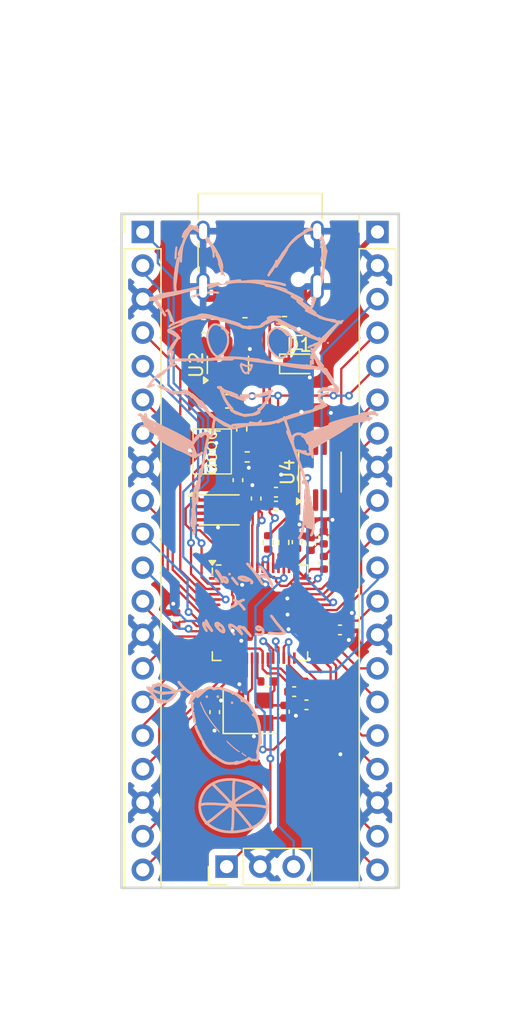
<source format=kicad_pcb>
(kicad_pcb (version 20241229) (generator "pcbnew") (generator_version "9.0")
  (layers (0 "F.Cu" signal) (2 "B.Cu" signal) (13 "F.Paste" user) (15 "B.Paste" user) (5 "F.SilkS" user "F.Silkscreen") (7 "B.SilkS" user "B.Silkscreen") (1 "F.Mask" user) (3 "B.Mask" user) (25 "Edge.Cuts" user))
  (net 0 "")
  (net 1 "GND")
  (net 2 "+1V1")
  (net 3 "+3V3")
  (net 4 "VBUS")
  (net 5 "XIN")
  (net 6 "XOUT")
  (net 7 "Net-(J1-CC1)")
  (net 8 "USB_D-")
  (net 9 "Net-(J1-CC2)")
  (net 10 "USB_D+")
  (net 11 "SWCLK")
  (net 12 "SWD")
  (net 13 "GPIO5")
  (net 14 "GPIO7")
  (net 15 "GPIO10")
  (net 16 "GPIO3")
  (net 17 "GPIO6")
  (net 18 "GPIO9")
  (net 19 "GPIO11")
  (net 20 "GPIO2")
  (net 21 "GPIO0")
  (net 22 "GPIO12")
  (net 23 "GPIO14")
  (net 24 "GPIO1")
  (net 25 "GPIO15")
  (net 26 "GPIO13")
  (net 27 "GPIO4")
  (net 28 "GPIO8")
  (net 29 "GPIO16")
  (net 30 "GPIO27_ADC1")
  (net 31 "GPIO23")
  (net 32 "RUN")
  (net 33 "GPIO21")
  (net 34 "GPIO22")
  (net 35 "GPIO19")
  (net 36 "GPIO18")
  (net 37 "GPIO29_ADC3")
  (net 38 "GPIO20")
  (net 39 "GPIO28_ADC2")
  (net 40 "GPIO26_ADC0")
  (net 41 "GPIO24")
  (net 42 "GPIO17")
  (net 43 "Net-(U1-USB_DP)")
  (net 44 "Net-(U1-USB_DM)")
  (net 45 "QSPI_SS")
  (net 46 "Net-(R6-Pad1)")
  (net 47 "QSPI_SCLK")
  (net 48 "QSPI_SD2")
  (net 49 "QSPI_SD3")
  (net 50 "QSPI_SD0")
  (net 51 "GPIO25")
  (net 52 "QSPI_SD1")
  (net 53 "Net-(C15-Pad1)")
  (net 59 "Net-(D1-K)")
  (footprint "Package_SON:Winbond_USON-8-1EP_3x2mm_P0.5mm_EP0.2x1.6mm" (layer "F.Cu") (at 89.25 97)
    (property "Reference" "U3" (hide yes))
    (property "Value" "W25Q16JVZPIQ TR" (hide yes))
  )
  (footprint "Capacitor_SMD:C_0402_1005Metric" (layer "F.Cu") (at 93.55 95.66)
    (property "Reference" "C5" (hide yes))
    (property "Value" "100n")
  )
  (footprint "Capacitor_SMD:C_0402_1005Metric" (layer "F.Cu") (at 94.93 110.75)
    (property "Reference" "C10" (hide yes))
    (property "Value" "100n")
  )
  (footprint "Connector_PinHeader_2.54mm:PinHeader_1x20_P2.54mm_Vertical" (layer "F.Cu") (at 83.46 75.97)
    (property "Reference" "J3" (hide yes))
    (property "Value" "Conn_01x20" (hide yes))
  )
  (footprint "Resistor_SMD:R_0402_1005Metric" (layer "F.Cu") (at 90.96 90.87 -90)
    (property "Reference" "R6" (hide yes))
    (property "Value" "5.1k")
  )
  (footprint "LED_SMD:LED_0603_1608Metric" (layer "F.Cu") (at 95.31 85.95)
    (property "Reference" "D1")
    (property "Value" "LED")
  )
  (footprint "Package_SO:MSOP-8_3x3mm_P0.65mm" (layer "F.Cu") (at 96.88 94.14 90)
    (property "Reference" "U4")
    (property "Value" "DS18B20U")
  )
  (footprint "Connector_PinHeader_2.54mm:PinHeader_1x03_P2.54mm_Vertical" (layer "F.Cu") (at 89.81 123.99 90)
    (property "Reference" "J2" (hide yes))
    (property "Value" "Conn_01x03" (hide yes))
  )
  (footprint "Package_TO_SOT_SMD:SOT-23" (layer "F.Cu") (at 89.91 86.03 90)
    (property "Reference" "U2")
    (property "Value" "MCP1700x-330xxTT" (hide yes))
  )
  (footprint "Capacitor_SMD:C_0402_1005Metric" (layer "F.Cu") (at 97.18 101 90)
    (property "Reference" "C7" (hide yes))
    (property "Value" "100n")
  )
  (footprint "Capacitor_SMD:C_0402_1005Metric" (layer "F.Cu") (at 98.4 106.08)
    (property "Reference" "C8" (hide yes))
    (property "Value" "100n")
  )
  (footprint "Capacitor_SMD:C_0402_1005Metric" (layer "F.Cu") (at 94.19 112.27 -90)
    (property "Reference" "C15" (hide yes))
    (property "Value" "15pF")
  )
  (footprint "Connector_USB:USB_C_Receptacle_HRO_TYPE-C-31-M-12" (layer "F.Cu") (at 92.35 76.962 180)
    (property "Reference" "J1" (hide yes))
    (property "Value" "USB_C_Receptacle_USB2.0_14P")
  )
  (footprint "Library:pushSwitch" (layer "F.Cu") (at 88.72 92.58 -90)
    (property "Reference" "SW1" (hide yes))
    (property "Value" "SW_Push")
  )
  (footprint "Package_DFN_QFN:QFN-56-1EP_7x7mm_P0.4mm_EP3.2x3.2mm" (layer "F.Cu") (at 92.34 104.78)
    (property "Reference" "U1" (hide yes))
    (property "Value" "RP2040")
  )
  (footprint "Resistor_SMD:R_0402_1005Metric" (layer "F.Cu") (at 91.37 92.99 180)
    (property "Reference" "R5" (hide yes))
    (property "Value" "10k")
  )
  (footprint "Resistor_SMD:R_0402_1005Metric" (layer "F.Cu") (at 94.2 82.75)
    (property "Reference" "R3" (hide yes))
    (property "Value" "5.1k")
  )
  (footprint "Capacitor_SMD:C_0402_1005Metric" (layer "F.Cu") (at 93.55 96.71)
    (property "Reference" "C9" (hide yes))
    (property "Value" "100n")
  )
  (footprint "Crystal:Crystal_SMD_Abracon_ABM8G-4Pin_3.2x2.5mm" (layer "F.Cu") (at 91.55 112.27)
    (property "Reference" "Y1" (hide yes))
    (property "Value" "ABM8-272-T3")
  )
  (footprint "Resistor_SMD:R_0603_1608Metric" (layer "F.Cu") (at 95.31 84.32 180)
    (property "Reference" "R8" (hide yes))
    (property "Value" "91")
  )
  (footprint "Capacitor_SMD:C_0402_1005Metric" (layer "F.Cu") (at 95.15 99.44 90)
    (property "Reference" "C1" (hide yes))
    (property "Value" "1u")
  )
  (footprint "Resistor_SMD:R_0402_1005Metric" (layer "F.Cu") (at 92.92 109.98 180)
    (property "Reference" "R7" (hide yes))
    (property "Value" "1k")
  )
  (footprint "Resistor_SMD:R_0402_1005Metric" (layer "F.Cu") (at 91.2 82.84 180)
    (property "Reference" "R4" (hide yes))
    (property "Value" "5.1k")
  )
  (footprint "Capacitor_SMD:C_0402_1005Metric" (layer "F.Cu") (at 88.91 112.3 -90)
    (property "Reference" "C14" (hide yes))
    (property "Value" "15pF")
  )
  (footprint "Connector_PinHeader_2.54mm:PinHeader_1x20_P2.54mm_Vertical" (layer "F.Cu") (at 101.24 75.97)
    (property "Reference" "J4" (hide yes))
    (property "Value" "Conn_01x20" (hide yes))
  )
  (footprint "Capacitor_SMD:C_0402_1005Metric" (layer "F.Cu") (at 96.18 99.58 90)
    (property "Reference" "C11" (hide yes))
    (property "Value" "1u")
  )
  (footprint "Capacitor_SMD:C_0402_1005Metric" (layer "F.Cu") (at 92.05 96.14 90)
    (property "Reference" "C2" (hide yes))
    (property "Value" "100n")
  )
  (footprint "Capacitor_SMD:C_0402_1005Metric" (layer "F.Cu") (at 90.67 94.75 90)
    (property "Reference" "C16" (hide yes))
    (property "Value" "100n")
  )
  (footprint "Capacitor_SMD:C_0603_1608Metric" (layer "F.Cu") (at 88.07 83.1)
    (property "Reference" "C13" (hide yes))
    (property "Value" "10uF")
  )
  (footprint "Capacitor_SMD:C_0402_1005Metric" (layer "F.Cu") (at 97.17 99.09 90)
    (property "Reference" "C6" (hide yes))
    (property "Value" "100n")
  )
  (footprint "Capacitor_SMD:C_0402_1005Metric" (layer "F.Cu") (at 95.86 111.75 180)
    (property "Reference" "C3" (hide yes))
    (property "Value" "100n")
  )
  (footprint "Resistor_SMD:R_0402_1005Metric" (layer "F.Cu") (at 92.96 99.46 -90)
    (property "Reference" "R1" (hide yes))
    (property "Value" "22" (hide yes))
  )
  (footprint "Capacitor_SMD:C_0603_1608Metric" (layer "F.Cu") (at 89.885 88.78 180)
    (property "Reference" "C12" (hide yes))
    (property "Value" "10uF")
  )
  (footprint "Resistor_SMD:R_0402_1005Metric" (layer "F.Cu") (at 94.14 99.46 -90)
    (property "Reference" "R2" (hide yes))
    (property "Value" "22" (hide yes))
  )
  (footprint "Capacitor_SMD:C_0402_1005Metric" (layer "F.Cu") (at 86 105.26 90)
    (property "Reference" "C4" (hide yes))
    (property "Value" "100n")
  )
  (footprint "LOGO" (layer "B.Cu") (at 90.860973 98.147021 180)
    (property "Reference" "G***" (hide yes))
    (property "Value" "LOGO" (hide yes))
  )
  (footprint "LOGO" (layer "B.Cu") (at 90.860973 98.147021 180)
    (property "Reference" "G***" (hide yes))
    (property "Value" "LOGO" (hide yes))
  )
  (gr_rect (start 81.85 74.6) (end 102.85 125.6) (stroke (width 0.2)) (fill no) (layer "Edge.Cuts"))
  (segment (start 94.68 112.57) (end 94.5 112.75) (width 0.175) (layer "F.Cu") (net 1))
  (segment (start 95.15 98.96) (end 95.15 98.28) (width 0.2) (layer "F.Cu") (net 1))
  (segment (start 87.63 91.9) (end 87.03 92.5) (width 0.175) (layer "F.Cu") (net 1))
  (segment (start 95.41 110.75) (end 95.41 111.72) (width 0.175) (layer "F.Cu") (net 1))
  (segment (start 94.71 82.75) (end 94.72 82.75) (width 0.2) (layer "F.Cu") (net 1))
  (segment (start 94.19 112.75) (end 93.02 112.75) (width 0.2) (layer "F.Cu") (net 1))
  (segment (start 95.755 81.007) (end 96.67 80.092) (width 0.4) (layer "F.Cu") (net 1))
  (segment (start 95.6 81.007) (end 95.6 81.53) (width 0.4) (layer "F.Cu") (net 1))
  (segment (start 90.45 111.42) (end 89.39 111.42) (width 0.2) (layer "F.Cu") (net 1))
  (segment (start 88.299 113.10655) (end 88.299 112.431) (width 0.2) (layer "F.Cu") (net 1))
  (segment (start 91.34 93.96) (end 90.98 93.96) (width 0.2) (layer "F.Cu") (net 1))
  (segment (start 95.41 111.72) (end 95.38 111.75) (width 0.175) (layer "F.Cu") (net 1))
  (segment (start 91.76 95.2675) (end 91.76 95.34) (width 0.2) (layer "F.Cu") (net 1))
  (segment (start 94.5 112.75) (end 94.19 112.75) (width 0.175) (layer "F.Cu") (net 1))
  (segment (start 91.76 95.2) (end 92.07 95.51) (width 0.2) (layer "F.Cu") (net 1))
  (segment (start 89.39 111.42) (end 89.31 111.42) (width 0.2) (layer "F.Cu") (net 1))
  (segment (start 97.83 97.75) (end 97.83 96.2775) (width 0.2) (layer "F.Cu") (net 1))
  (segment (start 89.02 91.9) (end 87.63 91.9) (width 0.175) (layer "F.Cu") (net 1))
  (segment (start 95.15 98.28) (end 95.33 98.1) (width 0.2) (layer "F.Cu") (net 1))
  (segment (start 90.98 93.96) (end 90.67 94.27) (width 0.2) (layer "F.Cu") (net 1))
  (segment (start 93.02 112.75) (end 92.65 113.12) (width 0.2) (layer "F.Cu") (net 1))
  (segment (start 95.6 81.007) (end 95.755 81.007) (width 0.4) (layer "F.Cu") (net 1))
  (segment (start 90.78 111.09) (end 90.45 111.42) (width 0.175) (layer "F.Cu") (net 1))
  (segment (start 89.02 91.93) (end 89.02 91.9) (width 0.175) (layer "F.Cu") (net 1))
  (segment (start 94.72 82.75) (end 95.28 83.31) (width 0.2) (layer "F.Cu") (net 1))
  (segment (start 97.63 89.58) (end 97.71 89.66) (width 0.2) (layer "F.Cu") (net 1))
  (segment (start 85.77 104.1) (end 85.77 104.55) (width 0.175) (layer "F.Cu") (net 1))
  (segment (start 89.22245 114.03) (end 88.891225 113.698775) (width 0.2) (layer "F.Cu") (net 1))
  (segment (start 88.299 112.431) (end 88.91 111.82) (width 0.2) (layer "F.Cu") (net 1))
  (segment (start 90.67 94.27) (end 89.405 94.27) (width 0.175) (layer "F.Cu") (net 1))
  (segment (start 89.31 111.42) (end 88.91 111.82) (width 0.2) (layer "F.Cu") (net 1))
  (segment (start 95.38 111.75) (end 95.38 111.87) (width 0.175) (layer "F.Cu") (net 1))
  (segment (start 87.825 97.75) (end 88.58085 97.75) (width 0.175) (layer "F.Cu") (net 1))
  (segment (start 96.18 99.1) (end 96.68 99.1) (width 0.175) (layer "F.Cu") (net 1))
  (segment (start 91.34 108.2175) (end 91.34 109.63) (width 0.175) (layer "F.Cu") (net 1))
  (segment (start 95.38 111.87) (end 94.5 112.75) (width 0.175) (layer "F.Cu") (net 1))
  (segment (start 97.83 96.2775) (end 97.855 96.2525) (width 0.2) (layer "F.Cu") (net 1))
  (segment (start 95.6 81.53) (end 96.51 82.44) (width 0.4) (layer "F.Cu") (net 1))
  (segment (start 92.65 113.12) (end 91.74 114.03) (width 0.2) (layer "F.Cu") (net 1))
  (segment (start 97.7685 99.2085) (end 97.17 98.61) (width 0.175) (layer "F.Cu") (net 1))
  (segment (start 91.34 109.63) (end 90.78 110.19) (width 0.175) (layer "F.Cu") (net 1))
  (segment (start 89.405 94.27) (end 88.72 94.955) (width 0.175) (layer "F.Cu") (net 1))
  (segment (start 96.0975 86.9675) (end 96.11 86.98) (width 0.2) (layer "F.Cu") (net 1))
  (segment (start 97.18 100.52) (end 97.7685 99.9315) (width 0.175) (layer "F.Cu") (net 1))
  (segment (start 92.07 95.51) (end 92.07 95.72) (width 0.2) (layer "F.Cu") (net 1))
  (segment (start 90.78 110.19) (end 90.78 111.09) (width 0.175) (layer "F.Cu") (net 1))
  (segment (start 85.77 104.55) (end 86 104.78) (width 0.175) (layer "F.Cu") (net 1))
  (segment (start 97.7685 99.9315) (end 97.7685 99.2085) (width 0.175) (layer "F.Cu") (net 1))
  (segment (start 88.58085 97.75) (end 89.1625 98.33165) (width 0.175) (layer "F.Cu") (net 1))
  (segment (start 89.03 91.94) (end 89.02 91.93) (width 0.175) (layer "F.Cu") (net 1))
  (segment (start 96.68 99.1) (end 97.17 98.61) (width 0.175) (layer "F.Cu") (net 1))
  (segment (start 91.49 93.81) (end 91.34 93.96) (width 0.2) (layer "F.Cu") (net 1))
  (segment (start 95.06 112.57) (end 94.68 112.57) (width 0.175) (layer "F.Cu") (net 1))
  (segment (start 88.891225 113.698775) (end 88.299 113.10655) (width 0.2) (layer "F.Cu") (net 1))
  (segment (start 91.74 114.03) (end 89.22245 114.03) (width 0.2) (layer "F.Cu") (net 1))
  (via (at 89.03 91.94) (size 0.6) (drill 0.3) (layers "F.Cu" "B.Cu") (net 1))
  (via (at 90.925388 106.904) (size 0.6) (drill 0.3) (layers "F.Cu" "B.Cu") (net 1))
  (via (at 90.78 110.19) (size 0.6) (drill 0.3) (layers "F.Cu" "B.Cu") (net 1))
  (via (at 90.99 102.67) (size 0.6) (drill 0.3) (layers "F.Cu" "B.Cu") (net 1))
  (via (at 95.28 83.31) (size 0.6) (drill 0.3) (layers "F.Cu" "B.Cu") (net 1))
  (via (at 91.49 93.81) (size 0.6) (drill 0.3) (layers "F.Cu" "B.Cu") (net 1))
  (via (at 95.06 112.57) (size 0.6) (drill 0.3) (layers "F.Cu" "B.Cu") (net 1))
  (via (at 93.94 94.33) (size 0.6) (drill 0.3) (layers "F.Cu" "B.Cu") (net 1))
  (via (at 99.07 106.84) (size 0.6) (drill 0.3) (layers "F.Cu" "B.Cu") (net 1))
  (via (at 91.876883 114.131473) (size 0.6) (drill 0.3) (layers "F.Cu" "B.Cu") (net 1))
  (via (at 89.1625 98.33165) (size 0.6) (drill 0.3) (layers "F.Cu" "B.Cu") (net 1))
  (via (at 94.41 103.7) (size 0.6) (drill 0.3) (layers "F.Cu" "B.Cu") (net 1))
  (via (at 91.76 95.1275) (size 0.6) (drill 0.3) (layers "F.Cu" "B.Cu") (net 1))
  (via (at 88.891225 113.698775) (size 0.6) (drill 0.3) (layers "F.Cu" "B.Cu") (net 1))
  (via (at 94.5 106.03) (size 0.6) (drill 0.3) (layers "F.Cu" "B.Cu") (net 1))
  (via (at 97.83 97.75) (size 0.6) (drill 0.3) (layers "F.Cu" "B.Cu") (net 1))
  (via (at 90.27 106.14) (size 0.6) (drill 0.3) (layers "F.Cu" "B.Cu") (net 1))
  (via (at 96.05 108.31) (size 0.6) (drill 0.3) (layers "F.Cu" "B.Cu") (net 1))
  (via (at 99.29835 104.792501) (size 0.6) (drill 0.3) (layers "F.Cu" "B.Cu") (net 1))
  (via (at 95.48 89.58) (size 0.6) (drill 0.3) (layers "F.Cu" "B.Cu") (net 1))
  (via (at 95.33 98.1) (size 0.6) (drill 0.3) (layers "F.Cu" "B.Cu") (net 1))
  (via (at 97.71 89.66) (size 0.6) (drill 0.3) (layers "F.Cu" "B.Cu") (net 1))
  (via (at 89.39 111.42) (size 0.6) (drill 0.3) (layers "F.Cu" "B.Cu") (net 1))
  (via (at 94.43 104.92) (size 0.6) (drill 0.3) (layers "F.Cu" "B.Cu") (net 1))
  (via (at 85.77 104.1) (size 0.6) (drill 0.3) (layers "F.Cu" "B.Cu") (net 1))
  (via (at 95.48 89.58) (size 0.6) (drill 0.3) (layers "F.Cu" "B.Cu") (net 1))
  (via (at 87.03 92.5) (size 0.6) (drill 0.3) (layers "F.Cu" "B.Cu") (net 1))
  (via (at 99.07 106.84) (size 0.6) (drill 0.3) (layers "F.Cu" "B.Cu") (net 1))
  (via (at 92.75 102.64) (size 0.6) (drill 0.3) (layers "F.Cu" "B.Cu") (net 1))
  (via (at 98.43 115.49) (size 0.6) (drill 0.3) (layers "F.Cu" "B.Cu") (net 1))
  (via (at 91.57 84.83) (size 0.6) (drill 0.3) (layers "F.Cu" "B.Cu") (net 1))
  (via (at 96.11 86.98) (size 0.6) (drill 0.3) (layers "F.Cu" "B.Cu") (net 1))
  (segment (start 85.77 104.1) (end 85.77 104.403117) (width 0.175) (layer "B.Cu") (net 1))
  (segment (start 87.634001 105.404001) (end 87.73 105.5) (width 0.175) (layer "B.Cu") (net 1))
  (segment (start 99.28 106.63) (end 99.28 104.810851) (width 0.2) (layer "B.Cu") (net 1))
  (segment (start 86.770884 105.404001) (end 87.634001 105.404001) (width 0.175) (layer "B.Cu") (net 1))
  (segment (start 87.022558 110.64) (end 86.49 110.64) (width 0.1) (layer "B.Cu") (net 1))
  (segment (start 96.06 108.3) (end 96.05 108.31) (width 0.2) (layer "B.Cu") (net 1))
  (segment (start 85.77 104.403117) (end 86.770884 105.404001) (width 0.175) (layer "B.Cu") (net 1))
  (segment (start 89.716655 113.334097) (end 87.022558 110.64) (width 0.1) (layer "B.Cu") (net 1))
  (segment (start 94.5 106.03) (end 96.06 107.59) (width 0.2) (layer "B.Cu") (net 1))
  (segment (start 99.28 104.810851) (end 99.29835 104.792501) (width 0.2) (layer "B.Cu") (net 1))
  (segment (start 99.07 106.84) (end 99.28 106.63) (width 0.2) (layer "B.Cu") (net 1))
  (segment (start 96.06 107.59) (end 96.06 108.3) (width 0.2) (layer "B.Cu") (net 1))
  (segment (start 96.34 110.760128) (end 96.34 111.75) (width 0.175) (layer "F.Cu") (net 2))
  (segment (start 92.5525 115.1315) (end 93.370765 115.1315) (width 0.175) (layer "F.Cu") (net 2))
  (segment (start 94.14 101.3425) (end 94.14 100.69) (width 0.175) (layer "F.Cu") (net 2))
  (segment (start 94.14 101.3425) (end 94.14 102.154452) (width 0.175) (layer "F.Cu") (net 2))
  (segment (start 92.07 96.82) (end 92.48 97.23) (width 0.175) (layer "F.Cu") (net 2))
  (segment (start 94.5415 100.5285) (end 95.15 99.92) (width 0.175) (layer "F.Cu") (net 2))
  (segment (start 94.14 100.69) (end 94.3015 100.5285) (width 0.175) (layer "F.Cu") (net 2))
  (segment (start 95.0515 110.1515) (end 95.731372 110.1515) (width 0.175) (layer "F.Cu") (net 2))
  (segment (start 92.48 97.23) (end 92.48 97.8) (width 0.175) (layer "F.Cu") (net 2))
  (segment (start 93.1655 108.9955) (end 93.899904 108.9955) (width 0.175) (layer "F.Cu") (net 2))
  (segment (start 94.14 102.154452) (end 94.143692 102.158144) (width 0.175) (layer "F.Cu") (net 2))
  (segment (start 94.826 109.921596) (end 94.826 109.926) (width 0.175) (layer "F.Cu") (net 2))
  (segment (start 95.731372 110.1515) (end 96.34 110.760128) (width 0.175) (layer "F.Cu") (net 2))
  (segment (start 92.14 101.3425) (end 92.14 98.29661) (width 0.175) (layer "F.Cu") (net 2))
  (segment (start 96.34 112.162265) (end 96.34 111.75) (width 0.175) (layer "F.Cu") (net 2))
  (segment (start 92.23 98.20661) (end 92.23 96.98) (width 0.175) (layer "F.Cu") (net 2))
  (segment (start 92.94 108.77) (end 93.1655 108.9955) (width 0.175) (layer "F.Cu") (net 2))
  (segment (start 92.23 96.98) (end 92.07 96.82) (width 0.175) (layer "F.Cu") (net 2))
  (segment (start 92.14 98.29661) (end 92.23 98.20661) (width 0.175) (layer "F.Cu") (net 2))
  (segment (start 94.826 109.926) (end 95.0515 110.1515) (width 0.175) (layer "F.Cu") (net 2))
  (segment (start 94.3015 100.5285) (end 94.5415 100.5285) (width 0.175) (layer "F.Cu") (net 2))
  (segment (start 93.899904 108.9955) (end 94.826 109.921596) (width 0.175) (layer "F.Cu") (net 2))
  (segment (start 92.94 108.2175) (end 92.94 108.77) (width 0.175) (layer "F.Cu") (net 2))
  (segment (start 93.370765 115.1315) (end 96.34 112.162265) (width 0.175) (layer "F.Cu") (net 2))
  (via (at 92.5525 115.1315) (size 0.6) (drill 0.3) (layers "F.Cu" "B.Cu") (net 2))
  (via (at 92.48 97.8) (size 0.6) (drill 0.3) (layers "F.Cu" "B.Cu") (net 2))
  (via (at 94.143692 102.158144) (size 0.6) (drill 0.3) (layers "F.Cu" "B.Cu") (net 2))
  (segment (start 92.164 100.983761) (end 93.338383 102.158144) (width 0.175) (layer "B.Cu") (net 2))
  (segment (start 93.338383 102.158144) (end 94.143692 102.158144) (width 0.175) (layer "B.Cu") (net 2))
  (segment (start 91.9915 111.6215) (end 92.6885 112.3185) (width 0.175) (layer "B.Cu") (net 2))
  (segment (start 91.9915 104.310336) (end 91.9915 111.6215) (width 0.175) (layer "B.Cu") (net 2))
  (segment (start 92.5915 115.1315) (end 92.5525 115.1315) (width 0.175) (layer "B.Cu") (net 2))
  (segment (start 92.6885 112.3185) (end 92.6885 115.1315) (width 0.175) (layer "B.Cu") (net 2))
  (segment (start 92.48 97.8) (end 92.164 98.116) (width 0.175) (layer "B.Cu") (net 2))
  (segment (start 92.6885 115.1315) (end 92.64 115.18) (width 0.175) (layer "B.Cu") (net 2))
  (segment (start 92.164 98.116) (end 92.164 100.983761) (width 0.175) (layer "B.Cu") (net 2))
  (segment (start 92.64 115.18) (end 92.5915 115.1315) (width 0.175) (layer "B.Cu") (net 2))
  (segment (start 94.143692 102.158144) (end 91.9915 104.310336) (width 0.175) (layer "B.Cu") (net 2))
  (segment (start 89.65 105.76) (end 89.65 106.71) (width 0.175) (layer "F.Cu") (net 3))
  (segment (start 91.931598 102.0685) (end 91.548402 102.0685) (width 0.175) (layer "F.Cu") (net 3))
  (segment (start 90.23 104.122265) (end 90.23 104.76) (width 0.175) (layer "F.Cu") (net 3))
  (segment (start 90.748402 102.0685) (end 90.74 102.060098) (width 0.175) (layer "F.Cu") (net 3))
  (segment (start 89.65 106.71) (end 90.4315 107.4915) (width 0.175) (layer "F.Cu") (net 3))
  (segment (start 97.17 99.57) (end 96.67 99.57) (width 0.175) (layer "F.Cu") (net 3))
  (segment (start 94.54 101.3425) (end 94.94 101.3425) (width 0.2) (layer "F.Cu") (net 3))
  (segment (start 88.9025 105.78) (end 88.891 105.7915) (width 0.175) (layer "F.Cu") (net 3))
  (segment (start 92.94 101.3425) (end 92.94 100.81) (width 0.175) (layer "F.Cu") (net 3))
  (segment (start 89.65 105.34) (end 89.65 105.550098) (width 0.175) (layer "F.Cu") (net 3))
  (segment (start 93.555192 102.225192) (end 93.555192 102.401909) (width 0.175) (layer "F.Cu") (net 3))
  (segment (start 91.531598 102.0685) (end 91.148402 102.0685) (width 0.175) (layer "F.Cu") (net 3))
  (segment (start 93.7 88.36) (end 93.71 88.35) (width 0.175) (layer "F.Cu") (net 3))
  (segment (start 90.348402 102.0685) (end 90.34 102.060098) (width 0.175) (layer "F.Cu") (net 3))
  (segment (start 91.14 107.499902) (end 91.148402 107.4915) (width 0.175) (layer "F.Cu") (net 3))
  (segment (start 89.480049 105.720049) (end 89.503049 105.720049) (width 0.175) (layer "F.Cu") (net 3))
  (segment (start 90.731598 102.0685) (end 90.348402 102.0685) (width 0.175) (layer "F.Cu") (net 3))
  (segment (start 89.65 105.550098) (end 89.480049 105.720049) (width 0.175) (layer "F.Cu") (net 3))
  (segment (start 89.65 102.18) (end 88.9025 102.18) (width 0.175) (layer "F.Cu") (net 3))
  (segment (start 92.18 92.1) (end 93.07 92.99) (width 0.175) (layer "F.Cu") (net 3))
  (segment (start 87.165415 105.404001) (end 86.677885 105.404001) (width 0.175) (layer "F.Cu") (net 3))
  (segment (start 91.948402 102.0685) (end 91.94 102.060098) (width 0.175) (layer "F.Cu") (net 3))
  (segment (start 87.51015 105.748736) (end 87.165415 105.404001) (width 0.175) (layer "F.Cu") (net 3))
  (segment (start 92.430098 101.97) (end 92.331598 102.0685) (width 0.175) (layer "F.Cu") (net 3))
  (segment (start 96.32 99.91) (end 96.32 99.9625) (width 0.2) (layer "F.Cu") (net 3))
  (segment (start 91.931598 107.4915) (end 91.94 107.499902) (width 0.175) (layer "F.Cu") (net 3))
  (segment (start 90.23 104.76) (end 89.65 105.34) (width 0.175) (layer "F.Cu") (net 3))
  (segment (start 94.45 110.07734) (end 93.74416 109.3715) (width 0.175) (layer "F.Cu") (net 3))
  (segment (start 97.62 105.78) (end 97.92 106.08) (width 0.2) (layer "F.Cu") (net 3))
  (segment (start 92.94 100.81) (end 92.76 100.63) (width 0.175) (layer "F.Cu") (net 3))
  (segment (start 91.148402 107.4915) (end 91.531598 107.4915) (width 0.175) (layer "F.Cu") (net 3))
  (segment (start 90.23 102.19) (end 90.23 103.437735) (width 0.175) (layer "F.Cu") (net 3))
  (segment (start 91.88 91.66) (end 92.18 91.96) (width 0.175) (layer "F.Cu") (net 3))
  (segment (start 92.331598 107.4915) (end 92.54 107.699902) (width 0.175) (layer "F.Cu") (net 3))
  (segment (start 91.54 102.060098) (end 91.531598 102.0685) (width 0.175) (layer "F.Cu") (net 3))
  (segment (start 92.9515 101.6215) (end 92.9515 101.871598) (width 0.175) (layer "F.Cu") (net 3))
  (segment (start 92.54 107.699902) (end 92.54 108.2175) (width 0.175) (layer "F.Cu") (net 3))
  (segment (start 92.18 91.96) (end 92.18 92.1) (width 0.175) (layer "F.Cu") (net 3))
  (segment (start 89.480049 105.720049) (end 89.420098 105.78) (width 0.175) (layer "F.Cu") (net 3))
  (segment (start 91.05 88.39) (end 90.66 88.78) (width 0.175) (layer "F.Cu") (net 3))
  (segment (start 95.7775 101.9025) (end 95.7775 102.18) (width 0.2) (layer "F.Cu") (net 3))
  (segment (start 93.71 88.35) (end 93.71 89.8325) (width 0.175) (layer "F.Cu") (net 3))
  (segment (start 89.931598 102.0685) (end 89.7615 102.0685) (width 0.175) (layer "F.Cu") (net 3))
  (segment (start 91.14 102.060098) (end 91.131598 102.0685) (width 0.175) (layer "F.Cu") (net 3))
  (segment (start 90.74 102.060098) (end 90.731598 102.0685) (width 0.175) (layer "F.Cu") (net 3))
  (segment (start 90.4315 107.4915) (end 90.731598 107.4915) (width 0.175) (layer "F.Cu") (net 3))
  (segment (start 99.02 88.35) (end 99.0735 88.35) (width 0.175) (layer "F.Cu") (net 3))
  (segment (start 99.0735 88.35) (end 99.0835 88.36) (width 0.175) (layer "F.Cu") (net 3))
  (segment (start 92.18 91.36) (end 92.18 92.1) (width 0.175) (layer "F.Cu") (net 3))
  (segment (start 92.7525 100.6375) (end 92.7525 100.739996) (width 0.175) (layer "F.Cu") (net 3))
  (segment (start 91.94 102.060098) (end 91.931598 102.0685) (width 0.175) (layer "F.Cu") (net 3))
  (segment (start 95.7775 105.78) (end 95.24 105.78) (width 0.2) (layer "F.Cu") (net 3))
  (segment (start 89.503049 105.720049) (end 89.65 105.867) (width 0.175) (layer "F.Cu") (net 3))
  (segment (start 93.148402 102.0685) (end 93.3985 102.0685) (width 0.175) (layer "F.Cu") (net 3))
  (segment (start 89.420098 105.78) (end 88.9025 105.78) (width 0.175) (layer "F.Cu") (net 3))
  (segment (start 96.32 99.9625) (end 94.94 101.3425) (width 0.2) (layer "F.Cu") (net 3))
  (segment (start 90.748402 107.4915) (end 91.131598 107.4915) (width 0.175) (layer "F.Cu") (net 3))
  (segment (start 92.18 90.3) (end 92.18 91.36) (width 0.175) (layer "F.Cu") (net 3))
  (segment (start 96.67 99.57) (end 96.18 100.06) (width 0.175) (layer "F.Cu") (net 3))
  (segment (start 93.07 97.21) (end 93.475735 97.615735) (width 0.175) (layer "F.Cu") (net 3))
  (segment (start 91.94 107.499902) (end 91.948402 107.4915) (width 0.175) (layer "F.Cu") (net 3))
  (segment (start 92.18 94.45) (end 91.45 94.45) (width 0.175) (layer "F.Cu") (net 3))
  (segment (start 91.531598 107.4915) (end 91.54 107.499902) (width 0.175) (layer "F.Cu") (net 3))
  (segment (start 93.899927 102.746644) (end 94.387457 102.746644) (width 0.175) (layer "F.Cu") (net 3))
  (segment (start 90.3285 104.023765) (end 90.23 104.122265) (width 0.175) (layer "F.Cu") (net 3))
  (segment (start 90.23 103.437735) (end 90.3285 103.536235) (width 0.175) (layer "F.Cu") (net 3))
  (segment (start 92.94 101.78) (end 92.75 101.97) (width 0.175) (layer "F.Cu") (net 3))
  (segment (start 90.331598 102.0685) (end 89.948402 102.0685) (width 0.175) (layer "F.Cu") (net 3))
  (segment (start 86.29 105.45) (end 86 105.74) (width 0.175) (layer "F.Cu") (net 3))
  (segment (start 95.04 105.58) (end 95.04 102.9) (width 0.2) (layer "F.Cu") (net 3))
  (segment (start 101.24 86.13) (end 99.02 88.35) (width 0.175) (layer "F.Cu") (net 3))
  (segment (start 86.631886 105.45) (end 86.29 105.45) (width 0.175) (layer "F.Cu") (net 3))
  (segment (start 92.94 101.3425) (end 92.94 101.61) (width 0.175) (layer "F.Cu") (net 3))
  (segment (start 94.45 110.75) (end 94.45 110.07734) (width 0.175) (layer "F.Cu") (net 3))
  (segment (start 93.07 96.71) (end 93.07 97.21) (width 0.175) (layer "F.Cu") (net 3))
  (segment (start 90.67 95.23) (end 90.67 96.245) (width 0.175) (layer "F.Cu") (net 3))
  (segment (start 92.94 101.61) (end 92.9515 101.6215) (width 0.175) (layer "F.Cu") (net 3))
  (segment (start 97.18 101.48) (end 96.2 101.48) (width 0.2) (layer "F.Cu") (net 3))
  (segment (start 92.54 109.03) (end 92.54 108.2175) (width 0.175) (layer "F.Cu") (net 3))
  (segment (start 90.3285 103.536235) (end 90.3285 104.023765) (width 0.175) (layer "F.Cu") (net 3))
  (segment (start 95.04 102.9) (end 94.645889 102.505889) (width 0.2) (layer "F.Cu") (net 3))
  (segment (start 89.948402 102.0685) (end 89.94 102.060098) (width 0.175) (layer "F.Cu") (net 3))
  (segment (start 88.891 105.7915) (end 87.5515 105.7915) (width 0.175) (layer "F.Cu") (net 3))
  (segment (start 94.387457 102.746644) (end 94.94 102.194101) (width 0.175) (layer "F.Cu") (net 3))
  (segment (start 92.9515 101.871598) (end 93.148402 102.0685) (width 0.175) (layer "F.Cu") (net 3))
  (segment (start 91.548402 102.0685) (end 91.54 102.060098) (width 0.175) (layer "F.Cu") (net 3))
  (segment (start 97.9085 88.35) (end 93.71 88.35) (width 0.175) (layer "F.Cu") (net 3))
  (segment (start 94.94 101.3425) (end 95.7775 102.18) (width 0.2) (layer "F.Cu") (net 3))
  (segment (start 92.331598 102.0685) (end 91.948402 102.0685) (width 0.175) (layer "F.Cu") (net 3))
  (segment (start 91.131598 102.0685) (end 90.748402 102.0685) (width 0.175) (layer "F.Cu") (net 3))
  (segment (start 86.677885 105.404001) (end 86.631886 105.45) (width 0.175) (layer "F.Cu") (net 3))
  (segment (start 90.86 86.9675) (end 90.86 88.58) (width 0.175) (layer "F.Cu") (net 3))
  (segment (start 92.8815 109.3715) (end 92.54 109.03) (width 0.175) (layer "F.Cu") (net 3))
  (segment (start 92.94 101.3425) (end 92.94 101.78) (width 0.175) (layer "F.Cu") (net 3))
  (segment (start 93.07 95.66) (end 93.07 95.34) (width 0.175) (layer "F.Cu") (net 3))
  (segment (start 92.76 100.63) (end 92.7525 100.6375) (width 0.175) (layer "F.Cu") (net 3))
  (segment (start 91.45 94.45) (end 90.67 95.23) (width 0.175) (layer "F.Cu") (net 3))
  (segment (start 93.3985 102.0685) (end 93.555192 102.225192) (width 0.175) (layer "F.Cu") (net 3))
  (segment (start 92.54 101.3425) (end 92.54 100.952496) (width 0.175) (layer "F.Cu") (net 3))
  (segment (start 89.94 102.060098) (end 89.931598 102.0685) (width 0.175) (layer "F.Cu") (net 3))
  (segment (start 93.07 92.99) (end 93.07 96.71) (width 0.175) (layer "F.Cu") (net 3))
  (segment (start 92.54 100.952496) (end 92.7525 100.739996) (width 0.175) (layer "F.Cu") (net 3))
  (segment (start 90.34 102.060098) (end 90.331598 102.0685) (width 0.175) (layer "F.Cu") (net 3))
  (segment (start 89.65 105.76) (end 89.65 105.867) (width 0.175) (layer "F.Cu") (net 3))
  (segment (start 93.07 95.34) (end 92.18 94.45) (width 0.175) (layer "F.Cu") (net 3))
  (segment (start 90.66 88.78) (end 92.18 90.3) (width 0.175) (layer "F.Cu") (net 3))
  (segment (start 90.731598 107.4915) (end 90.74 107.499902) (width 0.175) (layer "F.Cu") (net 3))
  (segment (start 91.88 92.99) (end 91.88 91.66) (width 0.175) (layer "F.Cu") (net 3))
  (segment (start 91.54 107.499902) (end 91.548402 107.4915) (width 0.175) (layer "F.Cu") (net 3))
  (segment (start 89.7615 102.0685) (end 89.65 102.18) (width 0.175) (layer "F.Cu") (net 3))
  (segment (start 91.88 91.66) (end 92.18 91.36) (width 0.175) (layer "F.Cu") (net 3))
  (segment (start 90.74 107.499902) (end 90.748402 107.4915) (width 0.175) (layer "F.Cu") (net 3))
  (segment (start 93.555192 102.401909) (end 93.899927 102.746644) (width 0.175) (layer "F.Cu") (net 3))
  (segment (start 90.22 102.18) (end 90.23 102.19) (width 0.175) (layer "F.Cu") (net 3))
  (segment (start 87.5515 105.7915) (end 87.51015 105.75015) (width 0.175) (layer "F.Cu") (net 3))
  (segment (start 87.51015 105.75015) (end 87.51015 105.748736) (width 0.175) (layer "F.Cu") (net 3))
  (segment (start 92.75 101.97) (end 92.430098 101.97) (width 0.175) (layer "F.Cu") (net 3))
  (segment (start 91.948402 107.4915) (end 92.331598 107.4915) (width 0.175) (layer "F.Cu") (net 3))
  (segment (start 95.7775 105.78) (end 97.62 105.78) (width 0.2) (layer "F.Cu") (net 3))
  (segment (start 94.94 102.194101) (end 94.94 101.3425) (width 0.175) (layer "F.Cu") (net 3))
  (segment (start 93.71 89.8325) (end 95.905 92.0275) (width 0.175) (layer "F.Cu") (net 3))
  (segment (start 95.24 105.78) (end 95.04 105.58) (width 0.2) (layer "F.Cu") (net 3))
  (segment (start 90.67 96.245) (end 90.675 96.25) (width 0.175) (layer "F.Cu") (net 3))
  (segment (start 91.148402 102.0685) (end 91.14 102.060098) (width 0.175) (layer "F.Cu") (net 3))
  (segment (start 93.07 95.66) (end 93.07 96.71) (width 0.175) (layer "F.Cu") (net 3))
  (segment (start 89.65 105.34) (end 89.65 105.76) (width 0.175) (layer "F.Cu") (net 3))
  (segment (start 90.86 88.58) (end 90.66 88.78) (width 0.175) (layer "F.Cu") (net 3))
  (segment (start 93.74416 109.3715) (end 92.8815 109.3715) (width 0.175) (layer "F.Cu") (net 3))
  (segment (start 96.2 101.48) (end 95.7775 101.9025) (width 0.2) (layer "F.Cu") (net 3))
  (segment (start 91.74 88.39) (end 91.05 88.39) (width 0.175) (layer "F.Cu") (net 3))
  (segment (start 91.131598 107.4915) (end 91.14 107.499902) (width 0.175) (layer "F.Cu") (net 3))
  (segment (start 91.548402 107.4915) (end 91.931598 107.4915) (width 0.175) (layer "F.Cu") (net 3))
  (via (at 92.7525 100.739996) (size 0.6) (drill 0.3) (layers "F.Cu" "B.Cu") (net 3))
  (via (at 93.71 88.35) (size 0.6) (drill 0.3) (layers "F.Cu" "B.Cu") (net 3))
  (via (at 99.0835 88.36) (size 0.6) (drill 0.3) (layers "F.Cu" "B.Cu") (net 3))
  (via (at 91.74 88.39) (size 0.6) (drill 0.3) (layers "F.Cu" "B.Cu") (net 3))
  (via (at 93.475735 97.615735) (size 0.6) (drill 0.3) (layers "F.Cu" "B.Cu") (net 3))
  (via (at 97.9085 88.35) (size 0.6) (drill 0.3) (layers "F.Cu" "B.Cu") (net 3))
  (segment (start 93.15 100.342496) (end 92.7525 100.739996) (width 0.175) (layer "B.Cu") (net 3))
  (segment (start 93.475735 97.714265) (end 93.15 98.04) (width 0.175) (layer "B.Cu") (net 3))
  (segment (start 99.0835 88.36) (end 98.11 88.36) (width 0.175) (layer "B.Cu") (net 3))
  (segment (start 93.15 98.04) (end 93.15 100.342496) (width 0.175) (layer "B.Cu") (net 3))
  (segment (start 93.71 88.35) (end 93.67 88.39) (width 0.175) (layer "B.Cu") (net 3))
  (segment (start 98.1 88.35) (end 97.9085 88.35) (width 0.175) (layer "B.Cu") (net 3))
  (segment (start 98.11 88.36) (end 98.1 88.35) (width 0.175) (layer "B.Cu") (net 3))
  (segment (start 93.67 88.39) (end 91.74 88.39) (width 0.175) (layer "B.Cu") (net 3))
  (segment (start 93.475735 97.615735) (end 93.475735 97.714265) (width 0.175) (layer "B.Cu") (net 3))
  (segment (start 94.8 81.834) (end 94.8 81.007) (width 0.2) (layer "F.Cu") (net 4))
  (segment (start 94.8 81.007) (end 94.651 80.858) (width 0.4) (layer "F.Cu") (net 4))
  (segment (start 96.135 84.32) (end 96.135 83.169) (width 0.2) (layer "F.Cu") (net 4))
  (segment (start 96.135 83.169) (end 94.8 81.834) (width 0.2) (layer "F.Cu") (net 4))
  (segment (start 101.24 75.97) (end 99.8 77.41) (width 0.4) (layer "F.Cu") (net 4))
  (segment (start 93.894992 79.294992) (end 90.824438 79.294992) (width 0.4) (layer "F.Cu") (net 4))
  (segment (start 90.824438 79.294992) (end 89.9 80.21943) (width 0.4) (layer "F.Cu") (net 4))
  (segment (start 94.464 79.864) (end 93.894992 79.294992) (width 0.4) (layer "F.Cu") (net 4))
  (segment (start 94.464 79.88343) (end 94.464 79.864) (width 0.4) (layer "F.Cu") (net 4))
  (segment (start 94.651 80.858) (end 94.651 80.07043) (width 0.4) (layer "F.Cu") (net 4))
  (segment (start 89.91 85.0925) (end 89.91 84.165) (width 0.7) (layer "F.Cu") (net 4))
  (segment (start 89.9 84.735) (end 89.93 84.765) (width 0.4) (layer "F.Cu") (net 4))
  (segment (start 89.9 81.007) (end 89.9 84.735) (width 0.4) (layer "F.Cu") (net 4))
  (segment (start 89.91 84.165) (end 88.845 83.1) (width 0.7) (layer "F.Cu") (net 4))
  (segment (start 94.651 80.07043) (end 94.464 79.88343) (width 0.4) (layer "F.Cu") (net 4))
  (segment (start 89.9 80.21943) (end 89.9 81.007) (width 0.4) (layer "F.Cu") (net 4))
  (segment (start 99.8 77.41) (end 96.118992 77.41) (width 0.4) (layer "F.Cu") (net 4))
  (segment (start 96.118992 77.41) (end 94.234 79.294992) (width 0.4) (layer "F.Cu") (net 4))
  (segment (start 91.4385 110.833) (end 91.4385 112.2315) (width 0.175) (layer "F.Cu") (net 5))
  (segment (start 91.74 110.5315) (end 91.4385 110.833) (width 0.175) (layer "F.Cu") (net 5))
  (segment (start 88.91 112.78) (end 90.11 112.78) (width 0.2) (layer "F.Cu") (net 5))
  (segment (start 90.55 113.12) (end 90.45 113.12) (width 0.175) (layer "F.Cu") (net 5))
  (segment (start 91.74 108.2175) (end 91.74 110.5315) (width 0.175) (layer "F.Cu") (net 5))
  (segment (start 91.4385 112.2315) (end 90.55 113.12) (width 0.175) (layer "F.Cu") (net 5))
  (segment (start 90.11 112.78) (end 90.45 113.12) (width 0.2) (layer "F.Cu") (net 5))
  (segment (start 92.41 109.98) (end 92.14 109.71) (width 0.175) (layer "F.Cu") (net 6))
  (segment (start 92.14 109.71) (end 92.14 108.2175) (width 0.175) (layer "F.Cu") (net 6))
  (segment (start 93.6 82.66) (end 93.69 82.75) (width 0.2) (layer "F.Cu") (net 7))
  (segment (start 93.6 81.007) (end 93.6 82.66) (width 0.2) (layer "F.Cu") (net 7))
  (segment (start 93.075 82.119501) (end 93.075 91.356802) (width 0.2) (layer "F.Cu") (net 8))
  (segment (start 93.1 80.1) (end 93.1 81.007) (width 0.2) (layer "F.Cu") (net 8))
  (segment (start 93.1 81.007) (end 93.1 82.094501) (width 0.2) (layer "F.Cu") (net 8))
  (segment (start 92.981 79.981) (end 93.1 80.1) (width 0.2) (layer "F.Cu") (net 8))
  (segment (start 94.517464 98.058933) (end 94.17 98.406397) (width 0.2) (layer "F.Cu") (net 8))
  (segment (start 94.17 98.406397) (end 94.17 98.95) (width 0.2) (layer "F.Cu") (net 8))
  (segment (start 95.295 93.576802) (end 95.295 97.281397) (width 0.2) (layer "F.Cu") (net 8))
  (segment (start 92.1 81.007) (end 92.1 80.03) (width 0.2) (layer "F.Cu") (net 8))
  (segment (start 93.1 82.094501) (end 93.075 82.119501) (width 0.2) (layer "F.Cu") (net 8))
  (segment (start 94.72131 97.855087) (end 94.517464 98.058933) (width 0.2) (layer "F.Cu") (net 8))
  (segment (start 92.1 80.03) (end 92.149 79.981) (width 0.2) (layer "F.Cu") (net 8))
  (segment (start 93.075 91.356802) (end 95.295 93.576802) (width 0.2) (layer "F.Cu") (net 8))
  (segment (start 92.149 79.981) (end 92.981 79.981) (width 0.2) (layer "F.Cu") (net 8))
  (segment (start 95.295 97.281397) (end 94.72131 97.855087) (width 0.2) (layer "F.Cu") (net 8))
  (segment (start 90.6 81.007) (end 90.6 82.75) (width 0.2) (layer "F.Cu") (net 9))
  (segment (start 90.6 82.75) (end 90.69 82.84) (width 0.2) (layer "F.Cu") (net 9))
  (segment (start 92.625 90.546924) (end 92.625 89.763853) (width 0.2) (layer "F.Cu") (net 10))
  (segment (start 94.845 97.095) (end 94.845 93.763198) (width 0.2) (layer "F.Cu") (net 10))
  (segment (start 92.625 91.543198) (end 92.625 90.546924) (width 0.2) (layer "F.Cu") (net 10))
  (segment (start 92.6 81.984) (end 92.6 81.007) (width 0.2) (layer "F.Cu") (net 10))
  (segment (start 94.662381 97.277619) (end 94.845 97.095) (width 0.2) (layer "F.Cu") (net 10))
  (segment (start 91.6 81.007) (end 91.6 81.984) (width 0.2) (layer "F.Cu") (net 10))
  (segment (start 92.625 89.763853) (end 92.625 82.119501) (width 0.2) (layer "F.Cu") (net 10))
  (segment (start 91.6 81.984) (end 91.649 82.033) (width 0.2) (layer "F.Cu") (net 10))
  (segment (start 92.551 82.033) (end 92.6 81.984) (width 0.2) (layer "F.Cu") (net 10))
  (segment (start 92.6 82.094501) (end 92.6 81.007) (width 0.2) (layer "F.Cu") (net 10))
  (segment (start 92.99 98.95) (end 94.176276 97.763724) (width 0.2) (layer "F.Cu") (net 10))
  (segment (start 94.45555 97.48445) (end 94.662381 97.277619) (width 0.2) (layer "F.Cu") (net 10))
  (segment (start 94.176276 97.763724) (end 94.45555 97.48445) (width 0.2) (layer "F.Cu") (net 10))
  (segment (start 92.625 82.119501) (end 92.6 82.094501) (width 0.2) (layer "F.Cu") (net 10))
  (segment (start 91.649 82.033) (end 92.551 82.033) (width 0.2) (layer "F.Cu") (net 10))
  (segment (start 94.845 93.763198) (end 92.625 91.543198) (width 0.2) (layer "F.Cu") (net 10))
  (segment (start 93.1225 120.6775) (end 89.81 123.99) (width 0.175) (layer "F.Cu") (net 11))
  (segment (start 93.34 107.57505) (end 93.34 108.2175) (width 0.175) (layer "F.Cu") (net 11))
  (segment (start 93.1225 115.81) (end 93.1225 120.6775) (width 0.175) (layer "F.Cu") (net 11))
  (segment (start 92.69495 106.93) (end 93.34 107.57505) (width 0.175) (layer "F.Cu") (net 11))
  (segment (start 92.58 106.93) (end 92.69495 106.93) (width 0.175) (layer "F.Cu") (net 11))
  (via (at 89.81 123.99) (size 0.6) (drill 0.3) (layers "F.Cu" "B.Cu") (net 11))
  (via (at 93.1225 115.81) (size 0.6) (drill 0.3) (layers "F.Cu" "B.Cu") (net 11))
  (via (at 92.58 106.93) (size 0.6) (drill 0.3) (layers "F.Cu" "B.Cu") (net 11))
  (segment (start 92.58 106.93) (end 93.047747 107.397747) (width 0.175) (layer "B.Cu") (net 11))
  (segment (start 93.14 115.71) (end 93.14 115.7925) (width 0.175) (layer "B.Cu") (net 11))
  (segment (start 93.14 115.7925) (end 93.1225 115.81) (width 0.175) (layer "B.Cu") (net 11))
  (segment (start 93.047747 107.397747) (end 93.047747 107.591251) (width 0.175) (layer "B.Cu") (net 11))
  (segment (start 93.047747 107.591251) (end 93.14 107.683504) (width 0.175) (layer "B.Cu") (net 11))
  (segment (start 93.14 107.683504) (end 93.14 115.71) (width 0.175) (layer "B.Cu") (net 11))
  (segment (start 93.74 107.428239) (end 93.74 108.2175) (width 0.175) (layer "F.Cu") (net 12))
  (segment (start 93.532901 106.937099) (end 93.532901 107.22114) (width 0.175) (layer "F.Cu") (net 12))
  (segment (start 93.532901 107.22114) (end 93.74 107.428239) (width 0.175) (layer "F.Cu") (net 12))
  (via (at 93.532901 106.937099) (size 0.6) (drill 0.3) (layers "F.Cu" "B.Cu") (net 12))
  (segment (start 93.71 107.798239) (end 93.71 120.9) (width 0.175) (layer "B.Cu") (net 12))
  (segment (start 93.532901 106.937099) (end 93.532901 107.62114) (width 0.175) (layer "B.Cu") (net 12))
  (segment (start 93.71 120.9) (end 94.89 122.08) (width 0.175) (layer "B.Cu") (net 12))
  (segment (start 94.89 122.08) (end 94.89 123.99) (width 0.175) (layer "B.Cu") (net 12))
  (segment (start 93.532901 107.62114) (end 93.71 107.798239) (width 0.175) (layer "B.Cu") (net 12))
  (segment (start 85.3505 101.788756) (end 85.3505 93.1005) (width 0.175) (layer "F.Cu") (net 13))
  (segment (start 87.1105 103.544747) (end 86.325253 102.7595) (width 0.175) (layer "F.Cu") (net 13))
  (segment (start 86.321244 102.7595) (end 85.3505 101.788756) (width 0.175) (layer "F.Cu") (net 13))
  (segment (start 85.3505 93.1005) (end 83.46 91.21) (width 0.175) (layer "F.Cu") (net 13))
  (segment (start 88.9025 104.58) (end 88.141744 104.58) (width 0.175) (layer "F.Cu") (net 13))
  (segment (start 88.141744 104.58) (end 87.1105 103.548756) (width 0.175) (layer "F.Cu") (net 13))
  (segment (start 87.1105 103.548756) (end 87.1105 103.544747) (width 0.175) (layer "F.Cu") (net 13))
  (segment (start 86.325253 102.7595) (end 86.321244 102.7595) (width 0.175) (layer "F.Cu") (net 13))
  (segment (start 87.015649 104.816501) (end 87.126501 104.816501) (width 0.175) (layer "F.Cu") (net 14))
  (segment (start 87.126501 104.816501) (end 87.666 105.356) (width 0.175) (layer "F.Cu") (net 14))
  (segment (start 88.891 105.3685) (end 88.9025 105.38) (width 0.175) (layer "F.Cu") (net 14))
  (segment (start 88.360902 105.356) (end 88.373402 105.3685) (width 0.175) (layer "F.Cu") (net 14))
  (segment (start 87.666 105.356) (end 88.360902 105.356) (width 0.175) (layer "F.Cu") (net 14))
  (segment (start 88.373402 105.3685) (end 88.891 105.3685) (width 0.175) (layer "F.Cu") (net 14))
  (segment (start 86.929574 104.730426) (end 87.015649 104.816501) (width 0.175) (layer "F.Cu") (net 14))
  (via (at 86.929574 104.730426) (size 0.6) (drill 0.3) (layers "F.Cu" "B.Cu") (net 14))
  (segment (start 86.929574 104.730426) (end 86.852485 104.653337) (width 0.175) (layer "B.Cu") (net 14))
  (segment (start 86.852485 102.222485) (end 83.46 98.83) (width 0.175) (layer "B.Cu") (net 14))
  (segment (start 86.852485 104.653337) (end 86.852485 102.222485) (width 0.175) (layer "B.Cu") (net 14))
  (segment (start 85.47 106.98) (end 83.46 108.99) (width 0.175) (layer "F.Cu") (net 15))
  (segment (start 88.9025 106.98) (end 85.47 106.98) (width 0.175) (layer "F.Cu") (net 15))
  (segment (start 89.85 103.67) (end 89.74 103.78) (width 0.175) (layer "F.Cu") (net 16))
  (segment (start 88.9025 103.78) (end 89.74 103.78) (width 0.175) (layer "F.Cu") (net 16))
  (via (at 89.74 103.78) (size 0.6) (drill 0.3) (layers "F.Cu" "B.Cu") (net 16))
  (segment (start 86.525382 100.565382) (end 86.525382 95.634618) (width 0.175) (layer "B.Cu") (net 16))
  (segment (start 86.525382 95.634618) (end 87.65 94.51) (width 0.175) (layer "B.Cu") (net 16))
  (segment (start 87.65 94.51) (end 87.65 90.32) (width 0.175) (layer "B.Cu") (net 16))
  (segment (start 89.74 103.78) (end 86.525382 100.565382) (width 0.175) (layer "B.Cu") (net 16))
  (segment (start 87.65 90.32) (end 83.46 86.13) (width 0.175) (layer "B.Cu") (net 16))
  (segment (start 88.01 104.98) (end 86.7345 103.7045) (width 0.175) (layer "F.Cu") (net 17))
  (segment (start 86.7345 103.700491) (end 86.169509 103.1355) (width 0.175) (layer "F.Cu") (net 17))
  (segment (start 86.1655 103.1355) (end 84.9745 101.9445) (width 0.175) (layer "F.Cu") (net 17))
  (segment (start 84.9745 101.9445) (end 84.9745 97.8045) (width 0.175) (layer "F.Cu") (net 17))
  (segment (start 86.169509 103.1355) (end 86.1655 103.1355) (width 0.175) (layer "F.Cu") (net 17))
  (segment (start 86.7345 103.7045) (end 86.7345 103.700491) (width 0.175) (layer "F.Cu") (net 17))
  (segment (start 88.9025 104.98) (end 88.01 104.98) (width 0.175) (layer "F.Cu") (net 17))
  (segment (start 84.9745 97.8045) (end 83.46 96.29) (width 0.175) (layer "F.Cu") (net 17))
  (segment (start 88.9025 106.58) (end 85.85 106.58) (width 0.175) (layer "F.Cu") (net 18))
  (segment (start 83.46 104.19) (end 83.46 103.91) (width 0.175) (layer "F.Cu") (net 18))
  (segment (start 85.85 106.58) (end 83.46 104.19) (width 0.175) (layer "F.Cu") (net 18))
  (segment (start 87.61 107.38) (end 83.46 111.53) (width 0.175) (layer "F.Cu") (net 19))
  (segment (start 88.9025 107.38) (end 87.61 107.38) (width 0.175) (layer "F.Cu") (net 19))
  (segment (start 86.3 86.43) (end 83.46 83.59) (width 0.175) (layer "F.Cu") (net 20))
  (segment (start 88.121414 103.38) (end 88.9025 103.38) (width 0.175) (layer "F.Cu") (net 20))
  (segment (start 86.3 101.558586) (end 88.121414 103.38) (width 0.175) (layer "F.Cu") (net 20))
  (segment (start 86.3 101.558586) (end 86.3 86.43) (width 0.175) (layer "F.Cu") (net 20))
  (segment (start 87.913446 102.108544) (end 88.384902 102.58) (width 0.175) (layer "F.Cu") (net 21))
  (segment (start 88.384902 102.58) (end 88.9025 102.58) (width 0.175) (layer "F.Cu") (net 21))
  (segment (start 87.913446 99.52039) (end 87.913446 102.108544) (width 0.175) (layer "F.Cu") (net 21))
  (via (at 87.913446 99.52039) (size 0.6) (drill 0.3) (layers "F.Cu" "B.Cu") (net 21))
  (segment (start 88.402 90.008512) (end 85.8 87.406512) (width 0.175) (layer "B.Cu") (net 21))
  (segment (start 84.5985 77.1085) (end 83.46 75.97) (width 0.175) (layer "B.Cu") (net 21))
  (segment (start 87.702382 99.250122) (end 87.489882 99.037622) (width 0.175) (layer "B.Cu") (net 21))
  (segment (start 84.5985 78.325607) (end 84.5985 77.1085) (width 0.175) (layer "B.Cu") (net 21))
  (segment (start 88.402 94.821488) (end 88.402 90.008512) (width 0.175) (layer "B.Cu") (net 21))
  (segment (start 87.702382 99.309326) (end 87.702382 99.250122) (width 0.175) (layer "B.Cu") (net 21))
  (segment (start 87.489882 99.037622) (end 87.489882 95.733606) (width 0.175) (layer "B.Cu") (net 21))
  (segment (start 85.8 79.527107) (end 84.5985 78.325607) (width 0.175) (layer "B.Cu") (net 21))
  (segment (start 87.913446 99.52039) (end 87.702382 99.309326) (width 0.175) (layer "B.Cu") (net 21))
  (segment (start 85.8 87.406512) (end 85.8 79.527107) (width 0.175) (layer "B.Cu") (net 21))
  (segment (start 87.489882 95.733606) (end 88.402 94.821488) (width 0.175) (layer "B.Cu") (net 21))
  (segment (start 88.5725 108.2175) (end 83.46 113.33) (width 0.175) (layer "F.Cu") (net 22))
  (segment (start 83.46 113.33) (end 83.46 114.07) (width 0.175) (layer "F.Cu") (net 22))
  (segment (start 89.74 108.2175) (end 88.5725 108.2175) (width 0.175) (layer "F.Cu") (net 22))
  (segment (start 85.086 120.064) (end 83.46 121.69) (width 0.175) (layer "F.Cu") (net 23))
  (segment (start 90.5285 108.746598) (end 90.53 108.748098) (width 0.175) (layer "F.Cu") (net 23))
  (segment (start 90.000842 109.406) (end 89.794 109.406) (width 0.175) (layer "F.Cu") (net 23))
  (segment (start 90.53 108.748098) (end 90.53 108.876842) (width 0.175) (layer "F.Cu") (net 23))
  (segment (start 90.5285 108.3715) (end 90.5285 108.746598) (width 0.175) (layer "F.Cu") (net 23))
  (segment (start 90.54 108.36) (end 90.5285 108.3715) (width 0.175) (layer "F.Cu") (net 23))
  (segment (start 85.086 114.114) (end 85.086 120.064) (width 0.175) (layer "F.Cu") (net 23))
  (segment (start 90.53 108.876842) (end 90.000842 109.406) (width 0.175) (layer "F.Cu") (net 23))
  (segment (start 90.54 108.2175) (end 90.54 108.36) (width 0.175) (layer "F.Cu") (net 23))
  (segment (start 89.794 109.406) (end 85.086 114.114) (width 0.175) (layer "F.Cu") (net 23))
  (segment (start 88.253158 102.98) (end 88.9025 102.98) (width 0.175) (layer "F.Cu") (net 24))
  (segment (start 87.113882 99.493887) (end 87.113882 101.840724) (width 0.175) (layer "F.Cu") (net 24))
  (segment (start 87.113882 101.840724) (end 88.253158 102.98) (width 0.175) (layer "F.Cu") (net 24))
  (via (at 87.113882 99.493887) (size 0.6) (drill 0.3) (layers "F.Cu" "B.Cu") (net 24))
  (segment (start 88.026 94.665744) (end 88.026 90.164256) (width 0.175) (layer "B.Cu") (net 24))
  (segment (start 87.113882 99.493887) (end 87.113882 95.577862) (width 0.175) (layer "B.Cu") (net 24))
  (segment (start 85.41 87.548256) (end 85.41 80.98) (width 0.175) (layer "B.Cu") (net 24))
  (segment (start 87.113882 95.577862) (end 88.026 94.665744) (width 0.175) (layer "B.Cu") (net 24))
  (segment (start 83.46 79.03) (end 83.46 78.51) (width 0.175) (layer "B.Cu") (net 24))
  (segment (start 85.41 80.98) (end 83.46 79.03) (width 0.175) (layer "B.Cu") (net 24))
  (segment (start 88.026 90.164256) (end 85.41 87.548256) (width 0.175) (layer "B.Cu") (net 24))
  (segment (start 90.94 108.2175) (end 90.94 108.870128) (width 0.175) (layer "F.Cu") (net 25))
  (segment (start 90.906 108.904128) (end 90.906 109.032586) (width 0.175) (layer "F.Cu") (net 25))
  (segment (start 90.156586 109.782) (end 90.028128 109.782) (width 0.175) (layer "F.Cu") (net 25))
  (segment (start 90.028128 109.782) (end 85.462 114.348128) (width 0.175) (layer "F.Cu") (net 25))
  (segment (start 85.462 122.228) (end 83.46 124.23) (width 0.175) (layer "F.Cu") (net 25))
  (segment (start 85.462 114.348128) (end 85.462 122.228) (width 0.175) (layer "F.Cu") (net 25))
  (segment (start 90.94 108.870128) (end 90.906 108.904128) (width 0.175) (layer "F.Cu") (net 25))
  (segment (start 90.906 109.032586) (end 90.156586 109.782) (width 0.175) (layer "F.Cu") (net 25))
  (segment (start 88.87 109.03) (end 84.71 113.19) (width 0.175) (layer "F.Cu") (net 26))
  (segment (start 84.71 115.36) (end 83.46 116.61) (width 0.175) (layer "F.Cu") (net 26))
  (segment (start 84.71 113.19) (end 84.71 115.36) (width 0.175) (layer "F.Cu") (net 26))
  (segment (start 90.1285 108.2175) (end 90.1285 108.746598) (width 0.175) (layer "F.Cu") (net 26))
  (segment (start 90.1285 108.746598) (end 89.845098 109.03) (width 0.175) (layer "F.Cu") (net 26))
  (segment (start 90.14 108.2175) (end 90.1285 108.2175) (width 0.175) (layer "F.Cu") (net 26))
  (segment (start 89.845098 109.03) (end 88.87 109.03) (width 0.175) (layer "F.Cu") (net 26))
  (segment (start 88.384902 104.18) (end 85.7265 101.521598) (width 0.175) (layer "F.Cu") (net 27))
  (segment (start 85.7265 90.9365) (end 83.46 88.67) (width 0.175) (layer "F.Cu") (net 27))
  (segment (start 85.7265 101.521598) (end 85.7265 90.9365) (width 0.175) (layer "F.Cu") (net 27))
  (segment (start 88.9025 104.18) (end 88.384902 104.18) (width 0.175) (layer "F.Cu") (net 27))
  (segment (start 87.109149 106.18) (end 88.9025 106.18) (width 0.175) (layer "F.Cu") (net 28))
  (segment (start 86.92165 105.992501) (end 87.109149 106.18) (width 0.175) (layer "F.Cu") (net 28))
  (via (at 86.92165 105.992501) (size 0.6) (drill 0.3) (layers "F.Cu" "B.Cu") (net 28))
  (segment (start 86.209418 105.992501) (end 84.92 104.703083) (width 0.175) (layer "B.Cu") (net 28))
  (segment (start 86.92165 105.992501) (end 86.209418 105.992501) (width 0.175) (layer "B.Cu") (net 28))
  (segment (start 84.92 102.83) (end 83.46 101.37) (width 0.175) (layer "B.Cu") (net 28))
  (segment (start 84.92 104.703083) (end 84.92 102.83) (width 0.175) (layer "B.Cu") (net 28))
  (segment (start 94.54 108.735098) (end 95.580402 109.7755) (width 0.175) (layer "F.Cu") (net 29))
  (segment (start 94.54 108.2175) (end 94.54 108.735098) (width 0.175) (layer "F.Cu") (net 29))
  (segment (start 96.94 110.828384) (end 96.94 119.93) (width 0.175) (layer "F.Cu") (net 29))
  (segment (start 95.887116 109.7755) (end 96.94 110.828384) (width 0.175) (layer "F.Cu") (net 29))
  (segment (start 96.94 119.93) (end 101.24 124.23) (width 0.175) (layer "F.Cu") (net 29))
  (segment (start 95.580402 109.7755) (end 95.887116 109.7755) (width 0.175) (layer "F.Cu") (net 29))
  (segment (start 95.7775 103.38) (end 97.14 103.38) (width 0.175) (layer "F.Cu") (net 30))
  (segment (start 98.872 91.038) (end 101.24 88.67) (width 0.175) (layer "F.Cu") (net 30))
  (segment (start 98.872 101.648) (end 98.872 91.038) (width 0.175) (layer "F.Cu") (net 30))
  (segment (start 97.14 103.38) (end 98.872 101.648) (width 0.175) (layer "F.Cu") (net 30))
  (segment (start 95.7775 104.98) (end 98.28 104.98) (width 0.175) (layer "F.Cu") (net 31))
  (segment (start 100 100.07) (end 101.24 98.83) (width 0.175) (layer "F.Cu") (net 31))
  (segment (start 100 103.26) (end 100 100.07) (width 0.175) (layer "F.Cu") (net 31))
  (segment (start 98.28 104.98) (end 100 103.26) (width 0.175) (layer "F.Cu") (net 31))
  (segment (start 94.14 108.2175) (end 94.14 107.37) (width 0.175) (layer "F.Cu") (net 32))
  (segment (start 94.14 107.37) (end 94.51 107) (width 0.175) (layer "F.Cu") (net 32))
  (via (at 94.51 107) (size 0.6) (drill 0.3) (layers "F.Cu" "B.Cu") (net 32))
  (segment (start 100.7685 102.7715) (end 101.29 102.25) (width 0.175) (layer "B.Cu") (net 32))
  (segment (start 94.51 107) (end 94.51 107.89) (width 0.175) (layer "B.Cu") (net 32))
  (segment (start 100.768417 102.7715) (end 100.7685 102.7715) (width 0.175) (layer "B.Cu") (net 32))
  (segment (start 95.87 109.25) (end 97.98 109.25) (width 0.175) (layer "B.Cu") (net 32))
  (segment (start 100.1 104.383083) (end 100.1015 104.381583) (width 0.175) (layer "B.Cu") (net 32))
  (segment (start 100.1 107.13) (end 100.1 104.383083) (width 0.175) (layer "B.Cu") (net 32))
  (segment (start 100.1015 104.381583) (end 100.1015 103.438417) (width 0.175) (layer "B.Cu") (net 32))
  (segment (start 97.98 109.25) (end 100.1 107.13) (width 0.175) (layer "B.Cu") (net 32))
  (segment (start 94.51 107.89) (end 95.87 109.25) (width 0.175) (layer "B.Cu") (net 32))
  (segment (start 101.29 102.25) (end 101.24 102.2) (width 0.175) (layer "B.Cu") (net 32))
  (segment (start 101.24 102.2) (end 101.24 101.37) (width 0.175) (layer "B.Cu") (net 32))
  (segment (start 100.1015 103.438417) (end 100.768417 102.7715) (width 0.175) (layer "B.Cu") (net 32))
  (segment (start 96.990128 106.18) (end 99.800128 108.99) (width 0.175) (layer "F.Cu") (net 33))
  (segment (start 99.800128 108.99) (end 101.24 108.99) (width 0.175) (layer "F.Cu") (net 33))
  (segment (start 95.7775 106.18) (end 96.990128 106.18) (width 0.175) (layer "F.Cu") (net 33))
  (segment (start 99.77 105.38) (end 101.24 103.91) (width 0.175) (layer "F.Cu") (net 34))
  (segment (start 95.7775 105.38) (end 99.77 105.38) (width 0.175) (layer "F.Cu") (net 34))
  (segment (start 100.07 114.07) (end 101.24 114.07) (width 0.175) (layer "F.Cu") (net 35))
  (segment (start 96.295098 106.98) (end 98.1 108.784902) (width 0.175) (layer "F.Cu") (net 35))
  (segment (start 98.1 112.1) (end 100.07 114.07) (width 0.175) (layer "F.Cu") (net 35))
  (segment (start 98.1 108.784902) (end 98.1 112.1) (width 0.175) (layer "F.Cu") (net 35))
  (segment (start 95.7775 106.98) (end 96.295098 106.98) (width 0.175) (layer "F.Cu") (net 35))
  (segment (start 97.706 113.076) (end 101.24 116.61) (width 0.175) (layer "F.Cu") (net 36))
  (segment (start 96.12 107.38) (end 97.69 108.95) (width 0.175) (layer "F.Cu") (net 36))
  (segment (start 97.706 110.451756) (end 97.706 113.076) (width 0.175) (layer "F.Cu") (net 36))
  (segment (start 95.7775 107.38) (end 96.12 107.38) (width 0.175) (layer "F.Cu") (net 36))
  (segment (start 97.69 110.435756) (end 97.706 110.451756) (width 0.175) (layer "F.Cu") (net 36))
  (segment (start 97.69 108.95) (end 97.69 110.435756) (width 0.175) (layer "F.Cu") (net 36))
  (segment (start 95.7775 102.58) (end 96.325305 102.58) (width 0.175) (layer "F.Cu") (net 37))
  (segment (start 96.325305 102.58) (end 96.715 102.190305) (width 0.175) (layer "F.Cu") (net 37))
  (via (at 96.715 102.190305) (size 0.6) (drill 0.3) (layers "F.Cu" "B.Cu") (net 37))
  (segment (start 96.715 102.190305) (end 97.01 101.895305) (width 0.175) (layer "B.Cu") (net 37))
  (segment (start 97.01 101.895305) (end 97.01 85.28) (width 0.175) (layer "B.Cu") (net 37))
  (segment (start 97.01 85.28) (end 101.24 81.05) (width 0.175) (layer "B.Cu") (net 37))
  (segment (start 95.7775 106.58) (end 96.426842 106.58) (width 0.175) (layer "F.Cu") (net 38))
  (segment (start 96.426842 106.58) (end 101.24 111.393158) (width 0.175) (layer "F.Cu") (net 38))
  (segment (start 101.24 111.393158) (end 101.24 111.53) (width 0.175) (layer "F.Cu") (net 38))
  (segment (start 98.496 101.484) (end 98.496 86.334) (width 0.175) (layer "F.Cu") (net 39))
  (segment (start 97 102.98) (end 98.496 101.484) (width 0.175) (layer "F.Cu") (net 39))
  (segment (start 95.7775 102.98) (end 97 102.98) (width 0.175) (layer "F.Cu") (net 39))
  (segment (start 98.496 86.334) (end 101.24 83.59) (width 0.175) (layer "F.Cu") (net 39))
  (segment (start 99.248 93.202) (end 101.24 91.21) (width 0.175) (layer "F.Cu") (net 40))
  (segment (start 99.248 101.803744) (end 99.248 93.202) (width 0.175) (layer "F.Cu") (net 40))
  (segment (start 95.7775 103.78) (end 97.25 103.78) (width 0.175) (layer "F.Cu") (net 40))
  (segment (start 97.274 103.756) (end 97.295744 103.756) (width 0.175) (layer "F.Cu") (net 40))
  (segment (start 97.25 103.78) (end 97.274 103.756) (width 0.175) (layer "F.Cu") (net 40))
  (segment (start 97.295744 103.756) (end 99.248 101.803744) (width 0.175) (layer "F.Cu") (net 40))
  (segment (start 98.148256 104.58) (end 99.624 103.104256) (width 0.175) (layer "F.Cu") (net 41))
  (segment (start 95.7775 104.58) (end 98.148256 104.58) (width 0.175) (layer "F.Cu") (net 41))
  (segment (start 99.624 103.104256) (end 99.624 97.906) (width 0.175) (layer "F.Cu") (net 41))
  (segment (start 99.624 97.906) (end 101.24 96.29) (width 0.175) (layer "F.Cu") (net 41))
  (segment (start 97.33 110.6075) (end 97.33 117.78) (width 0.175) (layer "F.Cu") (net 42))
  (segment (start 97.33 117.78) (end 101.24 121.69) (width 0.175) (layer "F.Cu") (net 42))
  (segment (start 94.94 108.2175) (end 97.33 110.6075) (width 0.175) (layer "F.Cu") (net 42))
  (segment (start 93.34 100.35) (end 93.34 101.3425) (width 0.175) (layer "F.Cu") (net 43))
  (segment (start 92.96 99.97) (end 93.34 100.35) (width 0.175) (layer "F.Cu") (net 43))
  (segment (start 93.74 100.37) (end 93.74 101.3425) (width 0.175) (layer "F.Cu") (net 44))
  (segment (start 94.14 99.97) (end 93.74 100.37) (width 0.175) (layer "F.Cu") (net 44))
  (segment (start 90.86 92.99) (end 88.557806 92.99) (width 0.175) (layer "F.Cu") (net 45))
  (segment (start 90.96 92.89) (end 90.86 92.99) (width 0.175) (layer "F.Cu") (net 45))
  (segment (start 87.7895 98.5395) (end 87.134634 98.5395) (width 0.175) (layer "F.Cu") (net 45))
  (segment (start 88.557806 92.99) (end 87.2815 94.266306) (width 0.175) (layer "F.Cu") (net 45))
  (segment (start 87.2815 94.266306) (end 87.2815 95.7065) (width 0.175) (layer "F.Cu") (net 45))
  (segment (start 87.2815 95.7065) (end 87.825 96.25) (width 0.175) (layer "F.Cu") (net 45))
  (segment (start 86.7105 96.882757) (end 87.343257 96.25) (width 0.175) (layer "F.Cu") (net 45))
  (segment (start 90.96 91.38) (end 90.96 92.89) (width 0.175) (layer "F.Cu") (net 45))
  (segment (start 89.74 100.49) (end 87.7895 98.5395) (width 0.175) (layer "F.Cu") (net 45))
  (segment (start 86.7105 98.115366) (end 86.7105 96.882757) (width 0.175) (layer "F.Cu") (net 45))
  (segment (start 87.343257 96.25) (end 87.825 96.25) (width 0.175) (layer "F.Cu") (net 45))
  (segment (start 89.74 101.04125) (end 89.7515 101.02975) (width 0.175) (layer "F.Cu") (net 45))
  (segment (start 89.74 101.3425) (end 89.74 101.04125) (width 0.175) (layer "F.Cu") (net 45))
  (segment (start 89.74 101.3425) (end 89.74 100.49) (width 0.175) (layer "F.Cu") (net 45))
  (segment (start 87.134634 98.5395) (end 86.7105 98.115366) (width 0.175) (layer "F.Cu") (net 45))
  (segment (start 90.96 90.36) (end 88.875 90.36) (width 0.175) (layer "F.Cu") (net 46))
  (segment (start 88.875 90.36) (end 88.72 90.205) (width 0.175) (layer "F.Cu") (net 46))
  (segment (start 91.34 98.033122) (end 91.4135 97.959622) (width 0.175) (layer "F.Cu") (net 47))
  (segment (start 91.4135 97.959622) (end 91.4135 97.540378) (width 0.175) (layer "F.Cu") (net 47))
  (segment (start 91.123122 97.25) (end 90.675 97.25) (width 0.175) (layer "F.Cu") (net 47))
  (segment (start 91.34 101.3425) (end 91.34 98.033122) (width 0.175) (layer "F.Cu") (net 47))
  (segment (start 91.4135 97.540378) (end 91.123122 97.25) (width 0.175) (layer "F.Cu") (net 47))
  (segment (start 89.75 99.218256) (end 90.54 100.008256) (width 0.175) (layer "F.Cu") (net 48))
  (segment (start 88.73 96.08) (end 88.8985 95.9115) (width 0.175) (layer "F.Cu") (net 48))
  (segment (start 89.6385 95.9115) (end 89.75 96.023) (width 0.175) (layer "F.Cu") (net 48))
  (segment (start 87.825 97.25) (end 88.274999 97.25) (width 0.175) (layer "F.Cu") (net 48))
  (segment (start 88.8985 95.9115) (end 89.6385 95.9115) (width 0.175) (layer "F.Cu") (net 48))
  (segment (start 89.75 96.023) (end 89.75 99.218256) (width 0.175) (layer "F.Cu") (net 48))
  (segment (start 90.54 100.008256) (end 90.54 101.3425) (width 0.175) (layer "F.Cu") (net 48))
  (segment (start 88.274999 97.25) (end 88.73 96.794999) (width 0.175) (layer "F.Cu") (net 48))
  (segment (start 88.73 96.794999) (end 88.73 96.08) (width 0.175) (layer "F.Cu") (net 48))
  (segment (start 91.7895 97.3695) (end 91.17 96.75) (width 0.175) (layer "F.Cu") (net 49))
  (segment (start 91.17 96.75) (end 90.675 96.75) (width 0.175) (layer "F.Cu") (net 49))
  (segment (start 91.74 101.3425) (end 91.7515 101.331) (width 0.175) (layer "F.Cu") (net 49))
  (segment (start 91.7515 101.331) (end 91.7515 98.153366) (width 0.175) (layer "F.Cu") (net 49))
  (segment (start 91.7895 98.115366) (end 91.7895 97.3695) (width 0.175) (layer "F.Cu") (net 49))
  (segment (start 91.7515 98.153366) (end 91.7895 98.115366) (width 0.175) (layer "F.Cu") (net 49))
  (segment (start 90.9285 100.813402) (end 90.9285 101.331) (width 0.175) (layer "F.Cu") (net 50))
  (segment (start 90.916 100.800902) (end 90.9285 100.813402) (width 0.175) (layer "F.Cu") (net 50))
  (segment (start 90.5 99.195256) (end 90.916 99.611256) (width 0.175) (layer "F.Cu") (net 50))
  (segment (start 90.916 99.611256) (end 90.916 100.800902) (width 0.175) (layer "F.Cu") (net 50))
  (segment (start 90.675 97.75) (end 90.5 97.925) (width 0.175) (layer "F.Cu") (net 50))
  (segment (start 90.5 97.925) (end 90.5 99.195256) (width 0.175) (layer "F.Cu") (net 50))
  (segment (start 90.9285 101.331) (end 90.94 101.3425) (width 0.175) (layer "F.Cu") (net 50))
  (segment (start 95.7775 104.18) (end 97.702594 104.18) (width 0.2) (layer "F.Cu") (net 51))
  (segment (start 95.93 94.59) (end 95.93 96.2275) (width 0.2) (layer "F.Cu") (net 51))
  (segment (start 97.702594 104.18) (end 97.890094 103.9925) (width 0.2) (layer "F.Cu") (net 51))
  (segment (start 95.93 96.2275) (end 95.905 96.2525) (width 0.2) (layer "F.Cu") (net 51))
  (via (at 95.93 94.59) (size 0.6) (drill 0.3) (layers "F.Cu" "B.Cu") (net 51))
  (via (at 97.890094 103.9925) (size 0.6) (drill 0.3) (layers "F.Cu" "B.Cu") (net 51))
  (segment (start 97.667252 103.9925) (end 95.93 102.255248) (width 0.2) (layer "B.Cu") (net 51))
  (segment (start 95.93 102.255248) (end 95.93 94.59) (width 0.2) (layer "B.Cu") (net 51))
  (segment (start 97.890094 103.9925) (end 97.667252 103.9925) (width 0.2) (layer "B.Cu") (net 51))
  (segment (start 87.290378 98.1635) (end 87.0865 97.959622) (width 0.175) (layer "F.Cu") (net 52))
  (segment (start 87.126878 97.5) (end 87.0865 97.459622) (width 0.175) (layer "F.Cu") (net 52))
  (segment (start 88.1635 98.1635) (end 87.290378 98.1635) (width 0.175) (layer "F.Cu") (net 52))
  (segment (start 90.14 100.14) (end 88.1635 98.1635) (width 0.175) (layer "F.Cu") (net 52))
  (segment (start 87.0865 97.459622) (end 87.0865 97.038501) (width 0.175) (layer "F.Cu") (net 52))
  (segment (start 90.14 101.3425) (end 90.14 100.14) (width 0.175) (layer "F.Cu") (net 52))
  (segment (start 87.0865 97.038501) (end 87.375001 96.75) (width 0.175) (layer "F.Cu") (net 52))
  (segment (start 87.0865 97.959622) (end 87.0865 97.540378) (width 0.175) (layer "F.Cu") (net 52))
  (segment (start 87.375001 96.75) (end 87.825 96.75) (width 0.175) (layer "F.Cu") (net 52))
  (segment (start 87.0865 97.540378) (end 87.126878 97.5) (width 0.175) (layer "F.Cu") (net 52))
  (segment (start 93.02 111.79) (end 92.65 111.42) (width 0.2) (layer "F.Cu") (net 53))
  (segment (start 93.43 109.98) (end 93.43 110.64) (width 0.175) (layer "F.Cu") (net 53))
  (segment (start 93.43 110.64) (end 92.65 111.42) (width 0.175) (layer "F.Cu") (net 53))
  (segment (start 94.19 111.79) (end 93.02 111.79) (width 0.2) (layer "F.Cu") (net 53))
  (segment (start 94.5225 85.95) (end 94.5225 84.3575) (width 0.2) (layer "F.Cu") (net 59))
  (segment (start 94.5225 84.3575) (end 94.485 84.32) (width 0.2) (layer "F.Cu") (net 59))
  (zone (net 1) (net_name "GND") (layers "F.Cu" "B.Cu") (connect_pads (clearance 0.5)) (min_thickness 0.25) (fill yes (thermal_gap 0.5) (thermal_bridge_width 0.5))
    (polygon (pts (xy 72.644 58.42) (xy 111.506 58.42) (xy 111.506 135.89) (xy 72.644 135.89)))
  )
)
</source>
